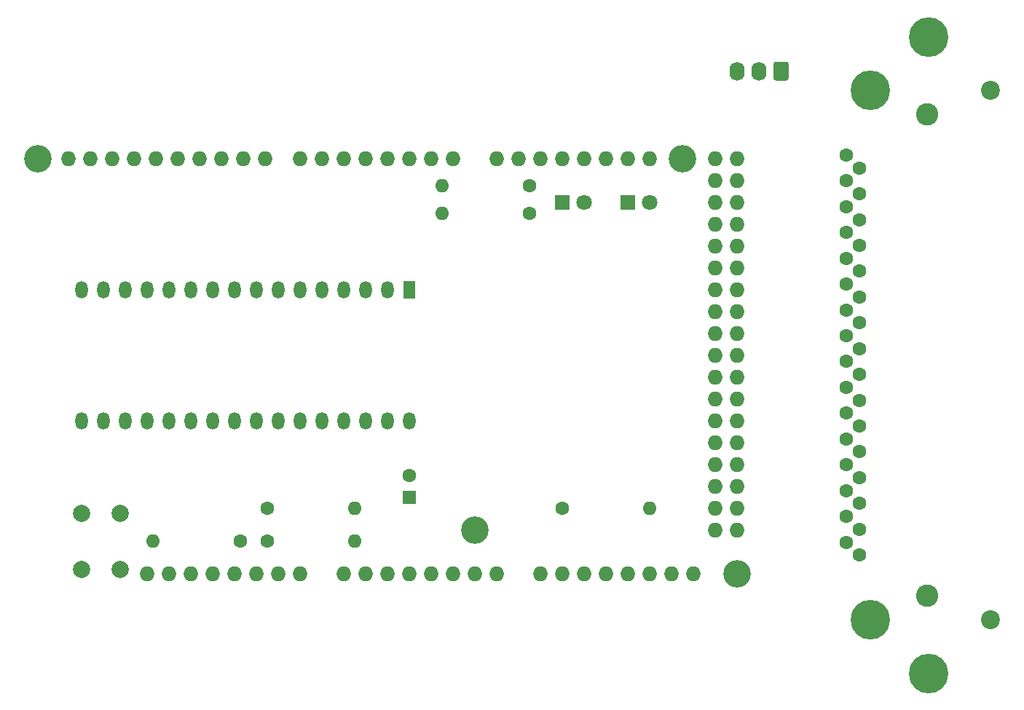
<source format=gbr>
%TF.GenerationSoftware,KiCad,Pcbnew,(5.1.7)-1*%
%TF.CreationDate,2022-07-04T22:32:29-03:00*%
%TF.ProjectId,progshield,70726f67-7368-4696-956c-642e6b696361,rev?*%
%TF.SameCoordinates,Original*%
%TF.FileFunction,Soldermask,Bot*%
%TF.FilePolarity,Negative*%
%FSLAX46Y46*%
G04 Gerber Fmt 4.6, Leading zero omitted, Abs format (unit mm)*
G04 Created by KiCad (PCBNEW (5.1.7)-1) date 2022-07-04 22:32:29*
%MOMM*%
%LPD*%
G01*
G04 APERTURE LIST*
%ADD10O,1.727200X1.727200*%
%ADD11C,3.200000*%
%ADD12O,1.740000X2.190000*%
%ADD13C,2.200000*%
%ADD14C,4.600000*%
%ADD15C,2.600000*%
%ADD16C,1.600000*%
%ADD17O,1.600000X1.600000*%
%ADD18C,1.800000*%
%ADD19R,1.800000X1.800000*%
%ADD20O,1.440000X2.000000*%
%ADD21R,1.440000X2.000000*%
%ADD22C,2.000000*%
%ADD23R,1.600000X1.600000*%
G04 APERTURE END LIST*
D10*
%TO.C,XA1*%
X127000000Y-83820000D03*
X124460000Y-83820000D03*
X127000000Y-81280000D03*
X124460000Y-81280000D03*
X127000000Y-78740000D03*
X124460000Y-78740000D03*
X127000000Y-76200000D03*
X124460000Y-76200000D03*
X127000000Y-73660000D03*
X124460000Y-73660000D03*
X127000000Y-71120000D03*
X124460000Y-71120000D03*
X127000000Y-68580000D03*
X124460000Y-68580000D03*
X127000000Y-66040000D03*
X124460000Y-66040000D03*
X127000000Y-63500000D03*
X124460000Y-63500000D03*
X127000000Y-60960000D03*
X124460000Y-60960000D03*
X127000000Y-58420000D03*
X124460000Y-58420000D03*
X127000000Y-55880000D03*
X124460000Y-55880000D03*
X127000000Y-53340000D03*
X124460000Y-53340000D03*
X127000000Y-50800000D03*
X124460000Y-50800000D03*
X127000000Y-48260000D03*
X124460000Y-48260000D03*
X127000000Y-45720000D03*
X124460000Y-45720000D03*
X127000000Y-43180000D03*
X124460000Y-43180000D03*
X127000000Y-40640000D03*
X124460000Y-40640000D03*
X121920000Y-88900000D03*
X119380000Y-88900000D03*
X116840000Y-88900000D03*
X114300000Y-88900000D03*
X111760000Y-88900000D03*
X109220000Y-88900000D03*
X106680000Y-88900000D03*
X104140000Y-88900000D03*
X99060000Y-88900000D03*
X96520000Y-88900000D03*
X93980000Y-88900000D03*
X91440000Y-88900000D03*
X88900000Y-88900000D03*
X86360000Y-88900000D03*
X83820000Y-88900000D03*
X58420000Y-88900000D03*
X64516000Y-40640000D03*
X61976000Y-40640000D03*
X59436000Y-40640000D03*
X54356000Y-40640000D03*
X51816000Y-40640000D03*
X49276000Y-40640000D03*
D11*
X127000000Y-88900000D03*
X45720000Y-40640000D03*
X120650000Y-40640000D03*
X96520000Y-83820000D03*
D10*
X67056000Y-40640000D03*
X69596000Y-40640000D03*
X72136000Y-40640000D03*
X56896000Y-40640000D03*
X76200000Y-40640000D03*
X78740000Y-40640000D03*
X81280000Y-40640000D03*
X83820000Y-40640000D03*
X86360000Y-40640000D03*
X88900000Y-40640000D03*
X91440000Y-40640000D03*
X93980000Y-40640000D03*
X99060000Y-40640000D03*
X101600000Y-40640000D03*
X104140000Y-40640000D03*
X106680000Y-40640000D03*
X109220000Y-40640000D03*
X111760000Y-40640000D03*
X114300000Y-40640000D03*
X116840000Y-40640000D03*
X60960000Y-88900000D03*
X63500000Y-88900000D03*
X66040000Y-88900000D03*
X68580000Y-88900000D03*
X71120000Y-88900000D03*
X73660000Y-88900000D03*
X76200000Y-88900000D03*
X81280000Y-88900000D03*
%TD*%
D12*
%TO.C,J2*%
X127000000Y-30480000D03*
X129540000Y-30480000D03*
G36*
G01*
X132950000Y-29634999D02*
X132950000Y-31325001D01*
G75*
G02*
X132700001Y-31575000I-249999J0D01*
G01*
X131459999Y-31575000D01*
G75*
G02*
X131210000Y-31325001I0J249999D01*
G01*
X131210000Y-29634999D01*
G75*
G02*
X131459999Y-29385000I249999J0D01*
G01*
X132700001Y-29385000D01*
G75*
G02*
X132950000Y-29634999I0J-249999D01*
G01*
G37*
%TD*%
D13*
%TO.C,J1*%
X156400000Y-94300000D03*
X156400000Y-32700000D03*
D14*
X149200000Y-100500000D03*
X149200000Y-26500000D03*
D15*
X149100000Y-35550000D03*
X149100000Y-91450000D03*
D14*
X142500000Y-32700000D03*
X142500000Y-94300000D03*
D16*
X139700000Y-40250000D03*
X141200000Y-41750000D03*
X139700000Y-43250000D03*
X141200000Y-44750000D03*
X139700000Y-46250000D03*
X141200000Y-47750000D03*
X139700000Y-49250000D03*
X141200000Y-50750000D03*
X139700000Y-52250000D03*
X141200000Y-53750000D03*
X139700000Y-55250000D03*
X141200000Y-56750000D03*
X139700000Y-58250000D03*
X141200000Y-59750000D03*
X139700000Y-61250000D03*
X141200000Y-62750000D03*
X139700000Y-64250000D03*
X141200000Y-65750000D03*
X139700000Y-67250000D03*
X141200000Y-68750000D03*
X139700000Y-70250000D03*
X141200000Y-71750000D03*
X139700000Y-73250000D03*
X141200000Y-74750000D03*
X139700000Y-76250000D03*
X141200000Y-77750000D03*
X139700000Y-79250000D03*
X141200000Y-80750000D03*
X139700000Y-82250000D03*
X141200000Y-83750000D03*
X139700000Y-85250000D03*
X141200000Y-86750000D03*
%TD*%
D17*
%TO.C,R6*%
X116840000Y-81280000D03*
D16*
X106680000Y-81280000D03*
%TD*%
D17*
%TO.C,R5*%
X82550000Y-81280000D03*
D16*
X72390000Y-81280000D03*
%TD*%
D17*
%TO.C,R4*%
X59055000Y-85090000D03*
D16*
X69215000Y-85090000D03*
%TD*%
D17*
%TO.C,R3*%
X82550000Y-85090000D03*
D16*
X72390000Y-85090000D03*
%TD*%
D17*
%TO.C,R2*%
X92710000Y-46990000D03*
D16*
X102870000Y-46990000D03*
%TD*%
D17*
%TO.C,R1*%
X92710000Y-43815000D03*
D16*
X102870000Y-43815000D03*
%TD*%
D18*
%TO.C,D2*%
X116840000Y-45720000D03*
D19*
X114300000Y-45720000D03*
%TD*%
D18*
%TO.C,D1*%
X109220000Y-45720000D03*
D19*
X106680000Y-45720000D03*
%TD*%
D20*
%TO.C,U1*%
X50800000Y-71120000D03*
X50800000Y-55880000D03*
X53340000Y-71120000D03*
X53340000Y-55880000D03*
X55880000Y-71120000D03*
X55880000Y-55880000D03*
X58420000Y-71120000D03*
X58420000Y-55880000D03*
X60960000Y-71120000D03*
X60960000Y-55880000D03*
X63500000Y-71120000D03*
X63500000Y-55880000D03*
X66040000Y-71120000D03*
X66040000Y-55880000D03*
X68580000Y-71120000D03*
X68580000Y-55880000D03*
X71120000Y-71120000D03*
X71120000Y-55880000D03*
X73660000Y-71120000D03*
X73660000Y-55880000D03*
X76200000Y-71120000D03*
X76200000Y-55880000D03*
X78740000Y-71120000D03*
X78740000Y-55880000D03*
X81280000Y-71120000D03*
X81280000Y-55880000D03*
X83820000Y-71120000D03*
X83820000Y-55880000D03*
X86360000Y-71120000D03*
X86360000Y-55880000D03*
X88900000Y-71120000D03*
D21*
X88900000Y-55880000D03*
%TD*%
D22*
%TO.C,SW1*%
X55245000Y-88415000D03*
X50745000Y-88415000D03*
X55245000Y-81915000D03*
X50745000Y-81915000D03*
%TD*%
D16*
%TO.C,C1*%
X88900000Y-77510000D03*
D23*
X88900000Y-80010000D03*
%TD*%
M02*

</source>
